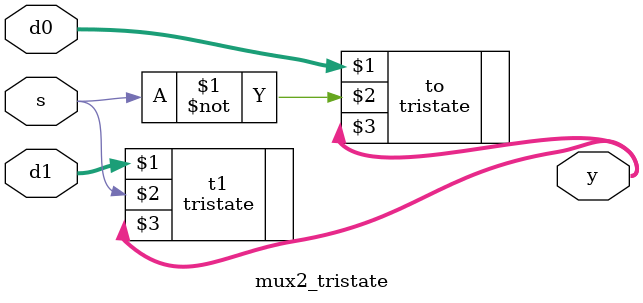
<source format=sv>
module mux2_tristate(
	input logic [3:0] d0, d1,
	input logic s,
	output logic [3:0] y
);
	tristate to(d0, ~s, y);
	tristate t1(d1, s, y);
	
endmodule

</source>
